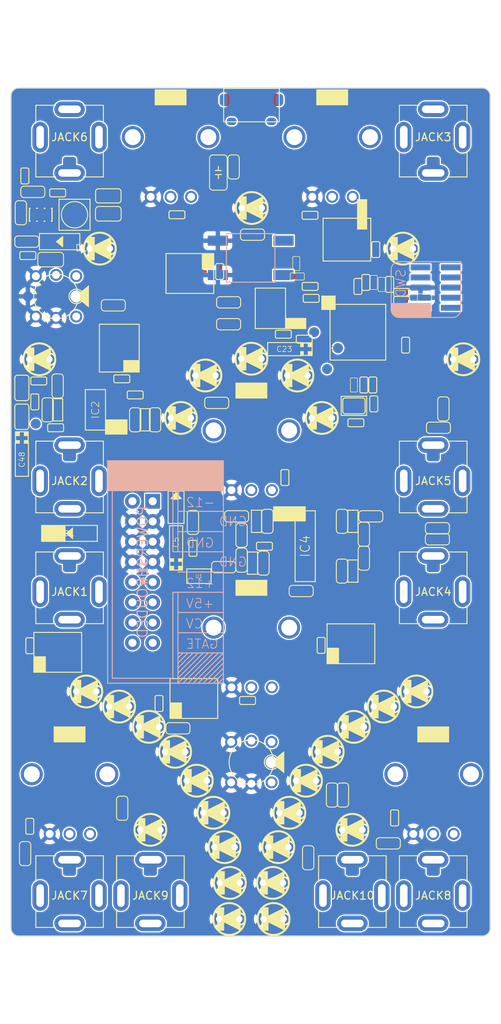
<source format=kicad_pcb>
(kicad_pcb (version 20211014) (generator pcbnew)
  (layers (0 "F.Cu" signal) (31 "B.Cu" signal) (34 "B.Paste" user) (35 "F.Paste" user) (36 "B.SilkS" user "B.Silkscreen") (37 "F.SilkS" user "F.Silkscreen") (38 "B.Mask" user) (39 "F.Mask" user) (44 "Edge.Cuts" user))
  (net 0 "")
  (net 1 "GND")
  (net 2 "3.3V")
  (net 3 "N$3")
  (net 4 "N$4")
  (net 5 "ADC_MOD")
  (net 6 "N$6")
  (net 7 "N$8")
  (net 8 "KNOB_FREQ")
  (net 9 "KNOB_SHAPE")
  (net 10 "KNOB_MOD")
  (net 11 "N$64")
  (net 12 "N$13")
  (net 13 "N$9")
  (net 14 "N$10")
  (net 15 "DACCS")
  (net 16 "DACSCK")
  (net 17 "DACSDI")
  (net 18 "ADC_SHAPE")
  (net 19 "N$20")
  (net 20 "N$21")
  (net 21 "REF_-5V")
  (net 22 "N$15")
  (net 23 "N$16")
  (net 24 "RESET_PATTERN")
  (net 25 "-12V")
  (net 26 "12V")
  (net 27 "N$25")
  (net 28 "N$29")
  (net 29 "CLOCK")
  (net 30 "N$33")
  (net 31 "N$34")
  (net 32 "OUT_LFOCYCLESTART")
  (net 33 "N$60")
  (net 34 "N$61")
  (net 35 "OUT_LFOCYCLEMID")
  (net 36 "ADC_FREQ")
  (net 37 "N$73")
  (net 38 "N$74")
  (net 39 "N$75")
  (net 40 "N$76")
  (net 41 "N$28")
  (net 42 "N$32")
  (net 43 "N$77")
  (net 44 "N$78")
  (net 45 "N$79")
  (net 46 "N$80")
  (net 47 "LATCH")
  (net 48 "SHIFTER1TO2")
  (net 49 "NORMALOUT")
  (net 50 "PHASEDOUT")
  (net 51 "SHIFTERS")
  (net 52 "N$5")
  (net 53 "N$7")
  (net 54 "N$23")
  (net 55 "N$11")
  (net 56 "N$12")
  (net 57 "KNOB_PHASE")
  (net 58 "ADC_PHASE")
  (net 59 "ARM2_1")
  (net 60 "N$44")
  (net 61 "N$45")
  (net 62 "SYNC_LFO")
  (net 63 "ADC_NORMAL")
  (net 64 "ADC_PHASED")
  (net 65 "N$14")
  (net 66 "N$46")
  (net 67 "N$47")
  (net 68 "N$48")
  (net 69 "N$49")
  (net 70 "N$50")
  (net 71 "N$52")
  (net 72 "SHIFTERS2TO3")
  (net 73 "N$65")
  (net 74 "N$1")
  (net 75 "N$19")
  (net 76 "N$22")
  (net 77 "N$26")
  (net 78 "N$30")
  (net 79 "N$31")
  (net 80 "N$35")
  (net 81 "N$36")
  (net 82 "N$38")
  (net 83 "N$39")
  (net 84 "N$40")
  (net 85 "N$43")
  (net 86 "N$53")
  (net 87 "N$54")
  (net 88 "N$55")
  (net 89 "N$56")
  (net 90 "ARM1_1")
  (net 91 "N$42")
  (net 92 "N$58")
  (net 93 "CLOCK_2")
  (net 94 "SHIFTERS_2")
  (net 95 "1.1V")
  (net 96 "N$2")
  (net 97 "N$17")
  (net 98 "N$18")
  (net 99 "N$24")
  (net 100 "SWCLK")
  (net 101 "SWDIO")
  (net 102 "MEM_CS")
  (net 103 "MEM_CLK")
  (net 104 "MEM_IO0")
  (net 105 "MEM_IO1")
  (net 106 "MEM_IO2")
  (net 107 "MEM_IO3")
  (net 108 "ADC1")
  (net 109 "ADC0")
  (net 110 "N$87")
  (net 111 "RUN")
  (net 112 "USB_P")
  (net 113 "USB_N")
  (net 114 "N$69")
  (net 115 "RESET_PATTERN_BUT")
  (net 116 "MUX_A")
  (net 117 "MUX_B")
  (net 118 "N$27")
  (net 119 "N$71")
  (net 120 "FASTMODE_BUT")
  (net 121 "FASTMODE_LED")
  (net 122 "N$94")
  (net 123 "N$70")
  (net 124 "N$93")
  (net 125 "N$95")
  (net 126 "N$96")
  (net 127 "N$97")
  (net 128 "N$98")
  (net 129 "N$99")
  (net 130 "TRIGGERBUTTON")
  (net 131 "N$41")
  (net 132 "N$51")
  (net 133 "N$37")
  (net 134 "N$57")
  (net 135 "N$59")
  (net 136 "N$62")
  (net 137 "N$63")
  (net 138 "N$66")
  (net 139 "N$67")
  (net 140 "N$68")
  (net 141 "N$89")
  (net 142 "N$90")
  (net 143 "N$91")
  (net 144 "N$92")
  (net 145 "N$72")
  (net 146 "N$83")
  (net 147 "N$84")
  (net 148 "N$85")
  (net 149 "N$88")
  (net 150 "N$81")
  (net 151 "N$82")
  (net 152 "BOOTSEL_BUT")
  (net 153 "LATCH_2")
  (net 154 "N$86")
  (net 155 "N$100")
  (footprint "TINRS - Wobbler (pico)sch:3.5MM-JACK-SWITCH-13MM-NOHOLES-TESTPAD" (layer "F.Cu") (at 171.4661 115.0236)
    (fp_text reference "JACK4")
    (fp_text value "")
  )
  (footprint "TINRS - Wobbler (pico)sch:3MMLED" (layer "F.Cu") (at 151.39339 156.117 180)
    (fp_text reference "D10" hide)
    (fp_text value "yellow" hide)
  )
  (footprint "TINRS - Wobbler (pico)sch:R0603" (layer "F.Cu") (at 162.7461 110.7986 90)
    (fp_text reference "R15" hide)
    (fp_text value "100k" hide)
  )
  (footprint "TINRS - Wobbler (pico)sch:R0603" (layer "F.Cu") (at 141.2571 106.3136 -90)
    (fp_text reference "R26" hide)
    (fp_text value "10k" hide)
  )
  (footprint "TINRS - Wobbler (pico)sch:3.5MM-JACK-SWITCH-13MM-NOHOLES-TESTPAD" (layer "F.Cu") (at 125.7461 153.1736)
    (fp_text reference "JACK7")
    (fp_text value "")
  )
  (footprint "TINRS - Wobbler (pico)sch:C0402" (layer "F.Cu") (at 157.3761 121.7536 90)
    (fp_text reference "C20" hide)
    (fp_text value "100nF" hide)
  )
  (footprint "TINRS - Wobbler (pico)sch:C0805" (layer "F.Cu") (at 130.6211 67.5486 180)
    (fp_text reference "C11" hide)
    (fp_text value "22u")
  )
  (footprint "TINRS - Wobbler (pico)sch:C0603" (layer "F.Cu") (at 135.2461 93.4236 -90)
    (fp_text reference "C3" hide)
    (fp_text value "3.3nF COG" hide)
  )
  (footprint "TINRS - Wobbler (pico)sch:3MMLED" (layer "F.Cu") (at 145.818809 156.117 180)
    (fp_text reference "D24" hide)
    (fp_text value "yellow" hide)
  )
  (footprint "TINRS - Wobbler (pico)sch:R0603" (layer "F.Cu") (at 154.8711 114.9236 180)
    (fp_text reference "R16" hide)
    (fp_text value "100k" hide)
  )
  (footprint "TINRS - Wobbler (pico)sch:R0603" (layer "F.Cu") (at 159.9961 106.1736 -90)
    (fp_text reference "R2" hide)
    (fp_text value "33k" hide)
  )
  (footprint "TINRS - Wobbler (pico)sch:3MMLED" (layer "F.Cu") (at 131.972712 129.4364 180)
    (fp_text reference "D31" hide)
    (fp_text value "yellow" hide)
  )
  (footprint "TINRS - Wobbler (pico)sch:C0402" (layer "F.Cu") (at 132.3111 88.2786 180)
    (fp_text reference "C22" hide)
    (fp_text value "100nF" hide)
  )
  (footprint "TINRS - Wobbler (pico)sch:QFN50P250X350X100-17N" (layer "F.Cu") (at 141.3711 128.4236 90)
    (fp_text reference "IC6" hide)
    (fp_text value "74HC595BQ" hide)
  )
  (footprint "TINRS - Wobbler (pico)sch:DO-214AC" (layer "F.Cu") (at 139.1361 102.9386 90)
    (fp_text reference "D2")
    (fp_text value "MRA4004T3G")
  )
  (footprint "TINRS - Wobbler (pico)sch:3MMLED" (layer "F.Cu") (at 161.483731 131.9842 180)
    (fp_text reference "D7" hide)
    (fp_text value "yellow" hide)
  )
  (footprint "TINRS - Wobbler (pico)sch:3.5MM-JACK-SWITCH-13MM-NOHOLES-TESTPAD" (layer "F.Cu") (at 171.4661 101.1036)
    (fp_text reference "JACK5")
    (fp_text value "")
  )
  (footprint "TINRS - Wobbler (pico)sch:C0603" (layer "F.Cu") (at 161.3711 106.1736 90)
    (fp_text reference "C1" hide)
    (fp_text value "3.3nF" hide)
  )
  (footprint "TINRS - Wobbler (pico)sch:C0402" (layer "F.Cu") (at 162.9961 76.1736 -90)
    (fp_text reference "C31" hide)
    (fp_text value "100n" hide)
  )
  (footprint "TINRS - Wobbler (pico)sch:QFN50P250X350X100-17N" (layer "F.Cu") (at 131.9961 84.4236 180)
    (fp_text reference "IC8" hide)
    (fp_text value "74HC595BQ" hide)
  )
  (footprint "TINRS - Wobbler (pico)sch:QFN50P250X350X100-17N" (layer "F.Cu") (at 124.2611 122.6236 90)
    (fp_text reference "IC5" hide)
    (fp_text value "74HC595BQ" hide)
  )
  (footprint "TINRS - Wobbler (pico)sch:C0603" (layer "F.Cu") (at 149.2461 106.1736 90)
    (fp_text reference "C9" hide)
    (fp_text value "3.3nF" hide)
  )
  (footprint "TINRS - Wobbler (pico)sch:R0603" (layer "F.Cu") (at 145.1211 111.9236 180)
    (fp_text reference "R14" hide)
    (fp_text value "100k" hide)
  )
  (footprint "TINRS - Wobbler (pico)sch:3.5MM-JACK-SWITCH-13MM-NOHOLES-TESTPAD" (layer "F.Cu") (at 171.4661 57.9236 180)
    (fp_text reference "JACK3")
    (fp_text value "")
  )
  (footprint "TINRS - Wobbler (pico)sch:R0603" (layer "F.Cu") (at 147.3711 107.9236 -90)
    (fp_text reference "R41" hide)
    (fp_text value "100k" hide)
  )
  (footprint "TINRS - Wobbler (pico)sch:C0402" (layer "F.Cu") (at 155.9961 76.6736)
    (fp_text reference "C28" hide)
    (fp_text value "100n" hide)
  )
  (footprint "TINRS - Wobbler (pico)sch:C0402" (layer "F.Cu") (at 141.2611 109.5636 90)
    (fp_text reference "C6" hide)
    (fp_text value "100nF" hide)
  )
  (footprint "TINRS - Wobbler (pico)sch:R0603" (layer "F.Cu") (at 165.8211 146.6176 180)
    (fp_text reference "R25" hide)
    (fp_text value "100" hide)
  )
  (footprint "TINRS - Wobbler (pico)sch:C0402" (layer "F.Cu") (at 156.1211 78.1736)
    (fp_text reference "C27" hide)
    (fp_text value "100n" hide)
  )
  (footprint "TINRS - Wobbler (pico)sch:R0603" (layer "F.Cu") (at 145.7461 78.6736)
    (fp_text reference "R7" hide)
    (fp_text value "38.3k 0.1%" hide)
  )
  (footprint "TINRS - Wobbler (pico)sch:EURORACK12HPPCB" (layer "F.Cu") (at 118.1261 158.2536)
    (fp_text reference "OUTLINE" hide)
    (fp_text value "EURORACK_PCB12HP" hide)
    (fp_line (start 59.5 -106.5) (end 1.25 -106.5) (layer "Edge.Cuts") (width 0.127))
    (fp_line (start 1.25 0) (end 59.5 0) (layer "Edge.Cuts") (width 0.127))
    (fp_line (start 0.25 -105.5) (end 0.25 -1) (layer "Edge.Cuts") (width 0.127))
    (fp_line (start 60.5 -1) (end 60.5 -105.5) (layer "Edge.Cuts") (width 0.127))
    (fp_arc (start 60.5 -1) (mid 60.207107 -0.292893) (end 59.5 0) (layer "Edge.Cuts") (width 0.127))
    (fp_arc (start 1.25 0) (mid 0.542893 -0.292893) (end 0.25 -1) (layer "Edge.Cuts") (width 0.127))
    (fp_arc (start 59.5 -106.5) (mid 60.207107 -106.207107) (end 60.5 -105.5) (layer "Edge.Cuts") (width 0.127))
    (fp_arc (start 0.25 -105.5) (mid 0.542893 -106.207107) (end 1.25 -106.5) (layer "Edge.Cuts") (width 0.127))
  )
  (footprint "TINRS - Wobbler (pico)sch:R0603" (layer "F.Cu") (at 144.2461 91.2986 180)
    (fp_text reference "R27" hide)
    (fp_text value "56" hide)
  )
  (footprint "TINRS - Wobbler (pico)sch:CASE-A_3216" (layer "F.Cu") (at 152.7461 84.5486 180)
    (fp_text reference "C23")
    (fp_text value "10uF")
  )
  (footprint "TINRS - Wobbler (pico)sch:4X0402ARV341" (layer "F.Cu") (at 159.3711 125.4236 180)
    (fp_text reference "RN5" hide)
    (fp_text value "56" hide)
  )
  (footprint "TINRS - Wobbler (pico)sch:3MMLED" (layer "F.Cu") (at 161.3061 144.9186 180)
    (fp_text reference "D40" hide)
    (fp_text value "yellow" hide)
  )
  (footprint "TINRS - Wobbler (pico)sch:C0402" (layer "F.Cu") (at 150.2461 109.2986 180)
    (fp_text reference "C17" hide)
    (fp_text value "100nF" hide)
  )
  (footprint "TINRS - Wobbler (pico)sch:SOT23-BEC" (layer "F.Cu") (at 175.7261 107.5916 90)
    (fp_text reference "Q1" hide)
    (fp_text value "MMBT3904" hide)
  )
  (footprint "TINRS - Wobbler (pico)sch:R0603" (layer "F.Cu") (at 122.9961 92.1736 90)
    (fp_text reference "R5" hide)
    (fp_text value "187k 0.1%" hide)
  )
  (footprint "TINRS - Wobbler (pico)sch:C3216" (layer "F.Cu") (at 144.4561 62.3736 90)
    (fp_text reference "C39" hide)
    (fp_text value "4.7n 100v" hide)
  )
  (footprint "TINRS - Wobbler (pico)sch:C0402" (layer "F.Cu") (at 144.6211 74.7986 -90)
    (fp_text reference "C38" hide)
    (fp_text value "100nF" hide)
  )
  (footprint "TINRS - Wobbler (pico)sch:R0603" (layer "F.Cu") (at 172.7461 92.0486 90)
    (fp_text reference "R73" hide)
    (fp_text value "10k" hide)
  )
  (footprint "TINRS - Wobbler (pico)sch:R0603" (layer "F.Cu") (at 146.3711 61.6736 90)
    (fp_text reference "R74" hide)
    (fp_text value "1M" hide)
  )
  (footprint "TINRS - Wobbler (pico)sch:4X0402ARV341" (layer "F.Cu") (at 135.7461 84.9236 -90)
    (fp_text reference "RN3" hide)
    (fp_text value "56" hide)
  )
  (footprint "TINRS - Wobbler (pico)sch:C0402" (layer "F.Cu") (at 152.8211 100.6786 -90)
    (fp_text reference "C4" hide)
    (fp_text value "100nF" hide)
  )
  (footprint "TINRS - Wobbler (pico)sch:C0402" (layer "F.Cu") (at 164.2461 72.0486 -90)
    (fp_text reference "C36" hide)
    (fp_text value "100n" hide)
  )
  (footprint "TINRS - Wobbler (pico)sch:C0603" (layer "F.Cu") (at 161.3711 112.4236 -90)
    (fp_text reference "C15" hide)
    (fp_text value "3.3nF" hide)
  )
  (footprint "TINRS - Wobbler (pico)sch:4X0402ARV341" (layer "F.Cu") (at 142.2511 132.7086 180)
    (fp_text reference "RN7" hide)
    (fp_text value "56" hide)
  )
  (footprint "TINRS - Wobbler (pico)sch:3MMLED" (layer "F.Cu") (at 143.829181 142.7731 180)
    (fp_text reference "D27" hide)
    (fp_text value "yellow" hide)
  )
  (footprint "TINRS - Wobbler (pico)sch:R0603" (layer "F.Cu") (at 155.7461 148.4236 -90)
    (fp_text reference "R19" hide)
    (fp_text value "10k" hide)
  )
  (footprint "TINRS - Wobbler (pico)sch:3.5MM-JACK-SWITCH-13MM-NOHOLES-TESTPAD" (layer "F.Cu") (at 125.7461 115.0236)
    (fp_text reference "JACK1")
    (fp_text value "")
  )
  (footprint "TINRS - Wobbler (pico)sch:R0603" (layer "F.Cu") (at 148.7461 70.1736 180)
    (fp_text reference "R29" hide)
    (fp_text value "56" hide)
  )
  (footprint "TINRS - Wobbler (pico)sch:3MMLED" (layer "F.Cu") (at 153.383018 142.7731 180)
    (fp_text reference "D4" hide)
    (fp_text value "yellow" hide)
  )
  (footprint "TINRS - Wobbler (pico)sch:3MMLED" (layer "F.Cu") (at 145.228159 147.0905 180)
    (fp_text reference "D26" hide)
    (fp_text value "yellow" hide)
  )
  (footprint "TINRS - Wobbler (pico)sch:R0603" (layer "F.Cu") (at 133.9961 93.4236 90)
    (fp_text reference "R8" hide)
    (fp_text value "187k 0.1%" hide)
  )
  (footprint "TINRS - Wobbler (pico)sch:PB6149L" (layer "F.Cu") (at 124.0461 77.9236)
    (fp_text reference "U$28" hide)
    (fp_text value "SWITCH_W_LED_PB6149L-X-102YELLOW" hide)
  )
  (footprint "TINRS - Wobbler (pico)sch:3MMLED" (layer "F.Cu") (at 167.6461 71.9236 180)
    (fp_text reference "D16" hide)
    (fp_text value "yellow" hide)
  )
  (footprint "TINRS - Wobbler (pico)sch:C0402" (layer "F.Cu") (at 162.7461 89.0486 90)
    (fp_text reference "C74" hide)
    (fp_text value "100n" hide)
  )
  (footprint "TINRS - Wobbler (pico)sch:QFN-56" (layer "F.Cu") (at 161.9961 82.4236)
    (fp_text reference "U$2" hide)
    (fp_text value "RP2040" hide)
  )
  (footprint "TINRS - Wobbler (pico)sch:R0603" (layer "F.Cu") (at 124.2461 89.1736 90)
    (fp_text reference "R37" hide)
    (fp_text value "187k 0.1%" hide)
  )
  (footprint "TINRS - Wobbler (pico)sch:C0402" (layer "F.Cu") (at 152.6211 82.6736 180)
    (fp_text reference "C100" hide)
    (fp_text value "1u" hide)
  )
  (footprint "TINRS - Wobbler (pico)sch:3MMLED" (layer "F.Cu") (at 169.363381 127.5414 180)
    (fp_text reference "D9" hide)
    (fp_text value "yellow" hide)
  )
  (footprint "TINRS - Wobbler (pico)sch:3MMLED" (layer "F.Cu") (at 175.2461 85.8236 180)
    (fp_text reference "D21" hide)
    (fp_text value "yellow" hide)
  )
  (footprint "TINRS - Wobbler (pico)sch:R0603" (layer "F.Cu") (at 163.6211 105.5486)
    (fp_text reference "R1" hide)
    (fp_text value "100k" hide)
  )
  (footprint "TINRS - Wobbler (pico)sch:R0402" (layer "F.Cu") (at 163.9961 76.1736 -90)
    (fp_text reference "R4" hide)
    (fp_text value "27" hide)
  )
  (footprint "TINRS - Wobbler (pico)sch:3MMLED" (layer "F.Cu") (at 145.897459 151.5793 180)
    (fp_text reference "D25" hide)
    (fp_text value "yellow" hide)
  )
  (footprint "TINRS - Wobbler (pico)sch:L0805" (layer "F.Cu") (at 119.7461 93.0486 90)
    (fp_text reference "L1" hide)
    (fp_text value "0.1uH C76737 " hide)
  )
  (footprint "TINRS - Wobbler (pico)sch:C0402" (layer "F.Cu") (at 161.7461 93.7986)
    (fp_text reference "C33" hide)
    (fp_text value "27p" hide)
  )
  (footprint "TINRS - Wobbler (pico)sch:3.5MM-JACK-SWITCH-13MM-NOHOLES-TESTPAD" (layer "F.Cu") (at 161.3061 153.1736)
    (fp_text reference "JACK10")
    (fp_text value "")
  )
  (footprint "TINRS - Wobbler (pico)sch:R0603" (layer "F.Cu") (at 159.9961 112.4236 90)
    (fp_text reference "R12" hide)
    (fp_text value "33k" hide)
  )
  (footprint "TINRS - Wobbler (pico)sch:C0402" (layer "F.Cu") (at 166.6161 143.4186 -90)
    (fp_text reference "C40" hide)
    (fp_text value "100nF" hide)
  )
  (footprint "TINRS - Wobbler (pico)sch:4X0402ARV341" (layer "F.Cu") (at 123.7411 127.2936 180)
    (fp_text reference "RN2" hide)
    (fp_text value "56" hide)
  )
  (footprint "TINRS - Wobbler (pico)sch:3.5MM-JACK-SWITCH-13MM-NOHOLES-TESTPAD" (layer "F.Cu") (at 171.4661 153.1736)
    (fp_text reference "JACK8")
    (fp_text value "")
  )
  (footprint "TINRS - Wobbler (pico)sch:SOT95P237X112-3N" (layer "F.Cu") (at 142.0111 113.0616 90)
    (fp_text reference "U1")
    (fp_text value "LM4040DIM3-5.0" hide)
  )
  (footprint "TINRS - Wobbler (pico)sch:R0402" (layer "F.Cu") (at 154.2461 73.7986 90)
    (fp_text reference "R34" hide)
    (fp_text value "10k DNP" hide)
  )
  (footprint "TINRS - Wobbler (pico)sch:SOT23-BEC" (layer "F.Cu") (at 131.4561 146.1386 -90)
    (fp_text reference "Q5" hide)
    (fp_text value "MMBT3904" hide)
  )
  (footprint "TINRS - Wobbler (pico)sch:NX3225" (layer "F.Cu") (at 161.4961 91.6736 180)
    (fp_text reference "Q4" hide)
    (fp_text value "12mhz" hide)
  )
  (footprint "TINRS - Wobbler (pico)sch:R0603" (layer "F.Cu") (at 158.7461 140.5486 -90)
    (fp_text reference "R21" hide)
    (fp_text value "100k" hide)
  )
  (footprint "TINRS - Wobbler (pico)sch:SOT23-6" (layer "F.Cu") (at 122.1211 67.6736 180)
    (fp_text reference "U$5" hide)
    (fp_text value "BL9342" hide)
  )
  (footprint "TINRS - Wobbler (pico)sch:R0603" (layer "F.Cu") (at 139.3761 132.1686 180)
    (fp_text reference "R40" hide)
    (fp_text value "100k" hide)
  )
  (footprint "TINRS - Wobbler (pico)sch:C0402" (layer "F.Cu") (at 155.9761 67.7436 180)
    (fp_text reference "C10" hide)
    (fp_text value "100nF" hide)
  )
  (footprint "TINRS - Wobbler (pico)sch:3MMLED" (layer "F.Cu") (at 148.6461 66.8236 180)
    (fp_text reference "D20" hide)
    (fp_text value "yellow" hide)
  )
  (footprint "TINRS - Wobbler (pico)sch:L0805" (layer "F.Cu") (at 119.7461 89.4236 90)
    (fp_text reference "L2" hide)
    (fp_text value "0.1uH C76737 " hide)
  )
  (footprint "TINRS - Wobbler (pico)sch:R0603" (layer "F.Cu") (at 145.7461 81.4236)
    (fp_text reference "R9" hide)
    (fp_text value "38.3k 0.1%" hide)
  )
  (footprint "TINRS - Wobbler (pico)sch:C0402" (layer "F.Cu") (at 121.8711 88.5486 180)
    (fp_text reference "C44" hide)
    (fp_text value "100nF" hide)
  )
  (footprint "TINRS - Wobbler (pico)sch:DO-214AC" (layer "F.Cu") (at 125.7311 107.6886 180)
    (fp_text reference "D1")
    (fp_text value "MRA4004T3G")
  )
  (footprint "TINRS - Wobbler (pico)sch:ALPS_POT_SQUAREHOLES" (layer "F.Cu") (at 148.6061 94.7536)
    (fp_text reference "R68" hide)
    (fp_text value "10kB" hide)
  )
  (footprint "TINRS - Wobbler (pico)sch:C0402" (layer "F.Cu") (at 139.2461 67.6736)
    (fp_text reference "C21" hide)
    (fp_text value "100nF" hide)
  )
  (footprint "TINRS - Wobbler (pico)sch:SOT23-BEC" (layer "F.Cu") (at 157.3771 144.2111 180)
    (fp_text reference "Q3" hide)
    (fp_text value "MMBT3904" hide)
  )
  (footprint "TINRS - Wobbler (pico)sch:C0402" (layer "F.Cu") (at 120.1211 62.7986 -90)
    (fp_text reference "C46" hide)
    (fp_text value "33p" hide)
  )
  (footprint "TINRS - Wobbler (pico)sch:B1,27" (layer "F.Cu") (at 150.9961 59.5486)
    (fp_text reference "TP1" hide)
    (fp_text value "PTR1B1,27")
  )
  (footprint "TINRS - Wobbler (pico)sch:3MMLED" (layer "F.Cu") (at 154.39119 87.8592 180)
    (fp_text reference "D35" hide)
    (fp_text value "yellow" hide)
  )
  (footprint "TINRS - Wobbler (pico)sch:ALPS_POT_SQUAREHOLES" (layer "F.Cu") (at 138.4461 57.9236)
    (fp_text reference "R42" hide)
    (fp_text value "10kB" hide)
  )
  (footprint "TINRS - Wobbler (pico)sch:PB6149L" (layer "F.Cu") (at 148.6061 136.4236)
    (fp_text reference "U$1" hide)
    (fp_text value "SWITCH_W_LED_PB6149L-X-102YELLOW" hide)
  )
  (footprint "TINRS - Wobbler (pico)sch:3MMLED" (layer "F.Cu") (at 151.31474 151.5793 180)
    (fp_text reference "D11" hide)
    (fp_text value "yellow" hide)
  )
  (footprint "TINRS - Wobbler (pico)sch:3MMLED" (layer "F.Cu") (at 135.9061 144.9186 180)
    (fp_text reference "D3" hide)
    (fp_text value "yellow" hide)
  )
  (footprint "TINRS - Wobbler (pico)sch:R0603" (layer "F.Cu") (at 150.6211 106.1736 -90)
    (fp_text reference "R13" hide)
    (fp_text value "33k" hide)
  )
  (footprint "TINRS - Wobbler (pico)sch:L0420" (layer "F.Cu") (at 126.3711 67.6736)
    (fp_text reference "L3" hide)
    (fp_text value "4.7uH" hide)
  )
  (footprint "TINRS - Wobbler (pico)sch:C0402" (layer "F.Cu") (at 155.2461 83.2986)
    (fp_text reference "C37" hide)
    (fp_text value "100n" hide)
  )
  (footprint "TINRS - Wobbler (pico)sch:C0402" (layer "F.Cu") (at 120.7411 144.4686 -90)
    (fp_text reference "C41" hide)
    (fp_text value "100nF" hide)
  )
  (footprint "TINRS - Wobbler (pico)sch:CASE-A_3216" (layer "F.Cu") (at 119.7461 98.4236 -90)
    (fp_text reference "C48")
    (fp_text value "10uF")
  )
  (footprint "TINRS - Wobbler (pico)sch:C0402" (layer "F.Cu") (at 124.2461 64.9236 180)
    (fp_text reference "C45" hide)
    (fp_text value "100nF" hide)
  )
  (footprint "TINRS - Wobbler (pico)sch:QFN50P250X350X100-17N" (layer "F.Cu") (at 140.8711 75.0486 -90)
    (fp_text reference "IC9" hide)
    (fp_text value "74HC595BQ" hide)
  )
  (footprint "TINRS - Wobbler (pico)sch:3MMLED" (layer "F.Cu") (at 141.738668 138.7448 180)
    (fp_text reference "D28" hide)
    (fp_text value "yellow" hide)
  )
  (footprint "TINRS - Wobbler (pico)sch:SOT23-BEC" (layer "F.Cu") (at 175.6161 93.1686 90)
    (fp_text reference "Q2" hide)
    (fp_text value "MMBT3904" hide)
  )
  (footprint "TINRS - Wobbler (pico)sch:C0402" (layer "F.Cu") (at 165.9961 76.4236 90)
    (fp_text reference "C34" hide)
    (fp_text value "1u" hide)
  )
  (footprint "TINRS - Wobbler (pico)sch:R0603" (layer "F.Cu") (at 119.6211 67.4236 -90)
    (fp_text reference "R32" hide)
    (fp_text value "16.2k" hide)
  )
  (footprint "TINRS - Wobbler (pico)sch:3MMLED" (layer "F.Cu") (at 135.728468 131.9842 180)
    (fp_text reference "D30" hide)
    (fp_text value "yellow" hide)
  )
  (footprint "TINRS - Wobbler (pico)sch:R0603" (layer "F.Cu") (at 172.1211 94.4236)
    (fp_text reference "R72" hide)
    (fp_text value "100k" hide)
  )
  (footprint "TINRS - Wobbler (pico)sch:C0402" (layer "F.Cu") (at 121.3711 91.1736 90)
    (fp_text reference "C42" hide)
    (fp_text value "10n" hide)
  )
  (footprint "TINRS - Wobbler (pico)sch:R0603" (layer "F.Cu") (at 171.9961 107.0486 180)
    (fp_text reference "R20" hide)
    (fp_text value "10k" hide)
  )
  (footprint "TINRS - Wobbler (pico)sch:3MMLED" (layer "F.Cu") (at 139.013659 135.1155 180)
    (fp_text reference "D29" hide)
    (fp_text value "yellow" hide)
  )
  (footprint "TINRS - Wobbler (pico)sch:C0402" (layer "F.Cu") (at 148.1211 128.6736 180)
    (fp_text reference "C24" hide)
    (fp_text value "100nF" hide)
  )
  (footprint "TINRS - Wobbler (pico)sch:4X0402ARV341" (layer "F.Cu") (at 161.6211 125.4236 180)
    (fp_text reference "RN6" hide)
    (fp_text value "56" hide)
  )
  (footprint "TINRS - Wobbler (pico)sch:C0603" (layer "F.Cu") (at 148.7461 111.4236 -90)
    (fp_text reference "C16" hide)
    (fp_text value "3.3nF" hide)
  )
  (footprint "TINRS - Wobbler (pico)sch:C0402" (layer "F.Cu") (at 167.4961 78.4236 180)
    (fp_text reference "C25" hide)
    (fp_text value "100n" hide)
  )
  (footprint "TINRS - Wobbler (pico)sch:R0603" (layer "F.Cu") (at 136.4961 93.4236 -90)
    (fp_text reference "R36" hide)
    (fp_text value "187k 0.1%" hide)
  )
  (footprint "TINRS - Wobbler (pico)sch:R0603" (layer "F.Cu") (at 120.1551 147.9026 90)
    (fp_text reference "R24" hide)
    (fp_text value "100" hide)
  )
  (footprint "TINRS - Wobbler (pico)sch:SO14" (layer "F.Cu") (at 155.3711 109.2986 -90)
    (fp_text reference "IC4")
    (fp_text value "MCP6004" hide)
  )
  (footprint "TINRS - Wobbler (pico)sch:CASE-A_3216" (layer "F.Cu") (at 139.1401 108.8136 90)
    (fp_text reference "C5")
    (fp_text value "10uF")
  )
  (footprint "TINRS - Wobbler (pico)sch:ALPS_POT_SQUAREHOLES" (layer "F.Cu") (at 148.6061 119.5236)
    (fp_text reference "R17" hide)
    (fp_text value "10kB" hide)
  )
  (footprint "TINRS - Wobbler (pico)sch:R0402" (layer "F.Cu") (at 154.3711 75.4236 180)
    (fp_text reference "R33" hide)
    (fp_text value "1k" hide)
  )
  (footprint "TINRS - Wobbler (pico)sch:3MMLED" (layer "F.Cu") (at 148.6061 85.7536 180)
    (fp_text reference "D34" hide)
    (fp_text value "yellow" hide)
  )
  (footprint "TINRS - Wobbler (pico)sch:C0402" (layer "F.Cu") (at 167.4961 79.4236 180)
    (fp_text reference "C35" hide)
    (fp_text value "100n" hide)
  )
  (footprint "TINRS - Wobbler (pico)sch:R0603" (layer "F.Cu") (at 131.2461 79.0486)
    (fp_text reference "R30" hide)
    (fp_text value "56" hide)
  )
  (footprint "TINRS - Wobbler (pico)sch:R0402" (layer "F.Cu") (at 170.3711 78.0486)
    (fp_text reference "R52" hide)
    (fp_text value "10k" hide)
  )
  (footprint "TINRS - Wobbler (pico)sch:3MMLED" (layer "F.Cu") (at 158.19854 135.1155 180)
    (fp_text reference "D6" hide)
    (fp_text value "yellow" hide)
  )
  (footprint "TINRS - Wobbler (pico)sch:R0603" (layer "F.Cu") (at 160.1211 140.5486 90)
    (fp_text reference "R10" hide)
    (fp_text value "56" hide)
  )
  (footprint "TINRS - Wobbler (pico)sch:3MMLED" (layer "F.Cu") (at 155.473531 138.7448 180)
    (fp_text reference "D5" hide)
    (fp_text value "yellow" hide)
  )
  (footprint "TINRS - Wobbler (pico)sch:3MMLED" (layer "F.Cu") (at 142.821009 87.8592 180)
    (fp_text reference "D13" hide)
    (fp_text value "yellow" hide)
  )
  (footprint "TINRS - Wobbler (pico)sch:L0805" (layer "F.Cu") (at 130.6211 65.2986)
    (fp_text reference "L4" hide)
    (fp_text value "0.1uH C76737 " hide)
  )
  (footprint "TINRS - Wobbler (pico)sch:SOIC-8" (layer "F.Cu") (at 160.6211 70.7986 180)
    (fp_text reference "U$25" hide)
    (fp_text value "W25Q256JVEIQTR" hide)
  )
  (footprint "TINRS - Wobbler (pico)sch:ALPS_POT_SQUAREHOLES" (layer "F.Cu") (at 171.4661 137.9336)
    (fp_text reference "R45" hide)
    (fp_text value "10kB" hide)
  )
  (footprint "TINRS - Wobbler (pico)sch:3.5MM-JACK-SWITCH-13MM-NOHOLES-TESTPAD" (layer "F.Cu") (at 135.9061 153.1736)
    (fp_text reference "JACK9")
    (fp_text value "")
  )
  (footprint "TINRS - Wobbler (pico)sch:R0603" (layer "F.Cu") (at 120.3711 71.0486)
    (fp_text reference "R23" hide)
    (fp_text value "100k" hide)
  )
  (footprint "TINRS - Wobbler (pico)sch:QFN50P250X350X100-17N" (layer "F.Cu") (at 161.1211 121.5486 90)
    (fp_text reference "IC7" hide)
    (fp_text value "74HC595BQ" hide)
  )
  (footprint "TINRS - Wobbler (pico)sch:R0402" (layer "F.Cu") (at 161.4961 89.0486 90)
    (fp_text reference "R103" hide)
    (fp_text value "1k" hide)
  )
  (footprint "TINRS - Wobbler (pico)sch:3.5MM-JACK-SWITCH-13MM-NOHOLES-TESTPAD" (layer "F.Cu") (at 125.7461 101.1036)
    (fp_text reference "JACK2")
    (fp_text value "")
  )
  (footprint "TINRS - Wobbler (pico)sch:C0402" (layer "F.Cu") (at 136.9911 129.0486 90)
    (fp_text reference "C7" hide)
    (fp_text value "100nF" hide)
  )
  (footprint "TINRS - Wobbler (pico)sch:SOD123" (layer "F.Cu") (at 124.4961 71.0486 180)
    (fp_text reference "D18")
    (fp_text value "schottky")
  )
  (footprint "TINRS - Wobbler (pico)sch:C132563" (layer "F.Cu") (at 148.6211 51.7986 180)
    (fp_text reference "J1" hide)
    (fp_text value "MICRO-USB-5P" hide)
  )
  (footprint "TINRS - Wobbler (pico)sch:C0402" (layer "F.Cu") (at 133.9961 90.2986 180)
    (fp_text reference "C19" hide)
    (fp_text value "100nF" hide)
  )
  (footprint "TINRS - Wobbler (pico)sch:4X0402ARV341" (layer "F.Cu") (at 121.3561 127.2936 180)
    (fp_text reference "RN1" hide)
    (fp_text value "56" hide)
  )
  (footprint "TINRS - Wobbler (pico)sch:ALPS_POT_SQUAREHOLES" (layer "F.Cu") (at 158.7661 57.9236)
    (fp_text reference "R69" hide)
    (fp_text value "10kB" hide)
  )
  (footprint "TINRS - Wobbler (pico)sch:R0402" (layer "F.Cu") (at 164.9961 76.4236 -90)
    (fp_text reference "R6" hide)
    (fp_text value "27" hide)
  )
  (footprint "TINRS - Wobbler (pico)sch:C0402" (layer "F.Cu") (at 120.7461 121.7986 -90)
    (fp_text reference "C14" hide)
    (fp_text value "100nF" hide)
  )
  (footprint "TINRS - Wobbler (pico)sch:R0603" (layer "F.Cu") (at 121.1211 64.7986 180)
    (fp_text reference "R31" hide)
    (fp_text value "49.9k" hide)
  )
  (footprint "TINRS - Wobbler (pico)sch:ALPS_POT_SQUAREHOLES" (layer "F.Cu") (at 125.7461 137.9336)
    (fp_text reference "R44" hide)
    (fp_text value "10kB" hide)
  )
  (footprint "TINRS - Wobbler (pico)sch:C0402" (layer "F.Cu") (at 163.8711 89.0486 -90)
    (fp_text reference "C99" hide)
    (fp_text value "100n" hide)
  )
  (footprint "TINRS - Wobbler (pico)sch:3.5MM-JACK-SWITCH-13MM-NOHOLES-TESTPAD" (layer "F.Cu") (at 125.7461 57.9236 180)
    (fp_text reference "JACK6")
    (fp_text value "")
  )
  (footprint "TINRS - Wobbler (pico)sch:R0603" (layer "F.Cu") (at 150.1211 111.4236 90)
    (fp_text reference "R22" hide)
    (fp_text value "33k" hide)
  )
  (footprint "TINRS - Wobbler (pico)sch:C0402" (layer "F.Cu") (at 167.4961 77.4236 180)
    (fp_text reference "C26" hide)
    (fp_text value "100n" hide)
  )
  (footprint "TINRS - Wobbler (pico)sch:R0603" (layer "F.Cu") (at 146.7461 105.5486 180)
    (fp_text reference "R11" hide)
    (fp_text value "100k" hide)
  )
  (footprint "TINRS - Wobbler (pico)sch:C0603" (layer "F.Cu") (at 124.2461 92.1736 -90)
    (fp_text reference "C2" hide)
    (fp_text value "3.3nF C0G" hide)
  )
  (footprint "TINRS - Wobbler (pico)sch:3MMLED" (layer "F.Cu") (at 121.9461 85.8236 180)
    (fp_text reference "D22" hide)
    (fp_text value "yellow" hide)
  )
  (footprint "TINRS - Wobbler (pico)sch:3MMLED" (layer "F.Cu") (at 127.848821 127.5414 180)
    (fp_text reference "D32" hide)
    (fp_text value "yellow" hide)
  )
  (footprint "TINRS - Wobbler (pico)sch:3MMLED" (layer "F.Cu") (at 139.742831 93.190759 180)
    (fp_text reference "D14" hide)
    (fp_text value "yellow" hide)
  )
  (footprint "TINRS - Wobbler (pico)sch:R0603" (layer "F.Cu") (at 171.9961 108.4236)
    (fp_text reference "R18" hide)
    (fp_text value "100k" hide)
  )
  (footprint "TINRS - Wobbler (pico)sch:C0402" (layer "F.Cu") (at 161.9961 76.6736 90)
    (fp_text reference "C29" hide)
    (fp_text value "100n" hide)
  )
  (footprint "TINRS - Wobbler (pico)sch:SO08" (layer "F.Cu") (at 128.9961 92.1736 90)
    (fp_text reference "IC2")
    (fp_text value "TL072")
  )
  (footprint "TINRS - Wobbler (pico)sch:3MMLED" (layer "F.Cu") (at 165.23949 129.4364 180)
    (fp_text reference "D8" hide)
    (fp_text value "yellow" hide)
  )
  (footprint "TINRS - Wobbler (pico)sch:3MMLED" (layer "F.Cu") (at 151.98404 147.0905 180)
    (fp_text reference "D33" hide)
    (fp_text value "yellow" hide)
  )
  (footprint "TINRS - Wobbler (pico)sch:C0805" (layer "F.Cu") (at 123.3711 73.2986 180)
    (fp_text reference "C8" hide)
    (fp_text value "10u")
  )
  (footprint "TINRS - Wobbler (pico)sch:4X0402ARV341" (layer "F.Cu") (at 141.3711 71.5486)
    (fp_text reference "RN9" hide)
    (fp_text value "56" hide)
  )
  (footprint "TINRS - Wobbler (pico)sch:R0603" (layer "F.Cu") (at 132.3631 142.2046 90)
    (fp_text reference "R39" hide)
    (fp_text value "10k" hide)
  )
  (footprint "TINRS - Wobbler (pico)sch:3MMLED" (layer "F.Cu") (at 157.469368 93.190759 180)
    (fp_text reference "D12" hide)
    (fp_text value "yellow" hide)
  )
  (footprint "TINRS - Wobbler (pico)sch:R0603" (layer "F.Cu") (at 147.3711 111.0486 90)
    (fp_text reference "R28" hide)
    (fp_text value "100k" hide)
  )
  (footprint "TINRS - Wobbler (pico)sch:R0603" (layer "F.Cu") (at 162.7461 107.7986 -90)
    (fp_text reference "R3" hide)
    (fp_text value "100k" hide)
  )
  (footprint "TINRS - Wobbler (pico)sch:C0402" (layer "F.Cu") (at 163.9961 91.4236 -90)
    (fp_text reference "C32" hide)
    (fp_text value "27p" hide)
  )
  (footprint "TINRS - Wobbler (pico)sch:C0402" (layer "F.Cu") (at 120.4961 72.7986)
    (fp_text reference "C43" hide)
    (fp_text value "100nF" hide)
  )
  (footprint "TINRS - Wobbler (pico)sch:3MMLED" (layer "F.Cu") (at 129.5461 71.9236 180)
    (fp_text reference "D17" hide)
    (fp_text value "yellow" hide)
  )
  (footprint "TINRS - Wobbler (pico)sch:C0402" (layer "F.Cu") (at 167.9961 84.0486 90)
    (fp_text reference "C30" hide)
    (fp_text value "100n" hide)
  )
  (footprint "TINRS - Wobbler (pico)sch:C0402" (layer "F.Cu") (at 123.9961 94.4236)
    (fp_text reference "C18" hide)
    (fp_text value "100nF" hide)
  )
  (footprint "TINRS - Wobbler (pico)sch:SOIC8-N_MC" (layer "F.Cu") (at 150.9961 79.4236 90)
    (fp_text reference "IC3" hide)
    (fp_text value "MCP4822-E/SN" hide)
  )
  (footprint "TINRS - Wobbler (pico)sch:B1,27" (layer "B.Cu") (at 159.4961 84.4236 180)
    (fp_text reference "TP3" hide)
    (fp_text value "PTR1B1,27")
  )
  (footprint "TINRS - Wobbler (pico)sch:B1,27" (layer "B.Cu") (at 158.1211 87.0486 180)
    (fp_text reference "TP2" hide)
    (fp_text value "PTR1B1,27")
  )
  (footprint "TINRS - Wobbler (pico)sch:POWER_16_SHROUDED" (layer "B.Cu") (at 134.9251 112.5416 -90)
    (fp_text reference "J14")
    (fp_text value "POWERSHROUDED")
  )
  (footprint "TINRS - Wobbler (pico)sch:B1,27" (layer "B.Cu") (at 121.4961 93.9236 180)
    (fp_text reference "TP6" hide)
    (fp_text value "PTR1B1,27")
  )
  (footprint "TINRS - Wobbler (pico)sch:B1,27" (layer "B.Cu") (at 120.4961 77.9236 180)
    (fp_text reference "TP7" hide)
    (fp_text value "PTR1B1,27")
  )
  (footprint "TINRS - Wobbler (pico)sch:4P-SMD-6.0X6.0X5.0H" (layer "B.Cu") (at 148.5161 73.0886 180)
    (fp_text reference "K1" hide)
    (fp_text value "BUTTON-4P-3100010P1" hide)
  )
  (footprint "TINRS - Wobbler (pico)sch:B1,27" (layer "B.Cu") (at 156.4961 82.4236 180)
    (fp_text reference "TP4" hide)
    (fp_text value "PTR1B1,27")
  )
  (footprint "TINRS - Wobbler (pico)sch:M50-3600542" (layer "B.Cu") (at 171.6811 76.8186 90)
    (fp_text reference "SWD2" hide)
    (fp_text value "CORTEX_SWD" hide)
  )
  (zone (net 1) (net_name "GND") (layer "B.Cu") (priority 6) (connect_pads (clearance 0.000001)) (min_thickness 0.25) (fill yes (thermal_gap 0.55) (thermal_bridge_width 0.55))
    (polygon (pts (xy 179.99854 159.000002) (xy 116.99854 159.046025) (xy 117 50) (xy 180 50)))
  )
)
</source>
